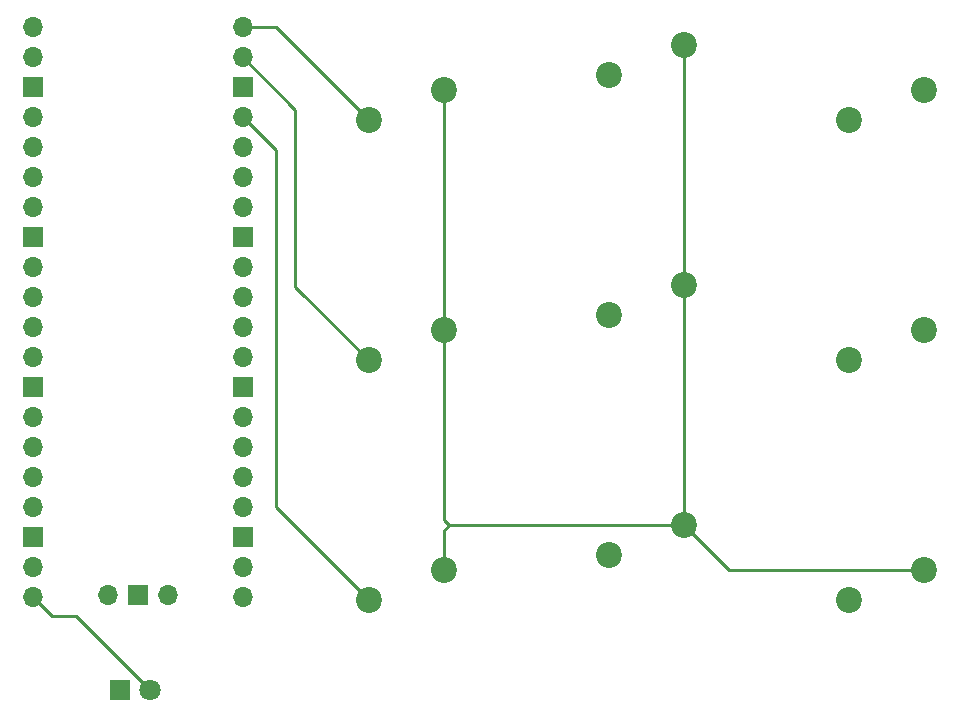
<source format=gbr>
%TF.GenerationSoftware,KiCad,Pcbnew,(5.1.12)-1*%
%TF.CreationDate,2021-12-08T14:13:04+05:30*%
%TF.ProjectId,macropad,6d616372-6f70-4616-942e-6b696361645f,rev?*%
%TF.SameCoordinates,Original*%
%TF.FileFunction,Copper,L1,Top*%
%TF.FilePolarity,Positive*%
%FSLAX46Y46*%
G04 Gerber Fmt 4.6, Leading zero omitted, Abs format (unit mm)*
G04 Created by KiCad (PCBNEW (5.1.12)-1) date 2021-12-08 14:13:04*
%MOMM*%
%LPD*%
G01*
G04 APERTURE LIST*
%TA.AperFunction,ComponentPad*%
%ADD10R,1.800000X1.800000*%
%TD*%
%TA.AperFunction,ComponentPad*%
%ADD11C,1.800000*%
%TD*%
%TA.AperFunction,ComponentPad*%
%ADD12C,2.200000*%
%TD*%
%TA.AperFunction,ComponentPad*%
%ADD13O,1.700000X1.700000*%
%TD*%
%TA.AperFunction,ComponentPad*%
%ADD14R,1.700000X1.700000*%
%TD*%
%TA.AperFunction,Conductor*%
%ADD15C,0.250000*%
%TD*%
G04 APERTURE END LIST*
D10*
%TO.P,D1,1*%
%TO.N,Net-(D1-Pad1)*%
X81788000Y-111760000D03*
D11*
%TO.P,D1,2*%
%TO.N,Net-(D1-Pad2)*%
X84328000Y-111760000D03*
%TD*%
D12*
%TO.P,SW1,1*%
%TO.N,Net-(SW1-Pad1)*%
X109220000Y-60960000D03*
%TO.P,SW1,2*%
%TO.N,Net-(SW1-Pad2)*%
X102870000Y-63500000D03*
%TD*%
%TO.P,SW2,2*%
%TO.N,Net-(SW2-Pad2)*%
X123190000Y-59690000D03*
%TO.P,SW2,1*%
%TO.N,Net-(SW1-Pad1)*%
X129540000Y-57150000D03*
%TD*%
%TO.P,SW3,1*%
%TO.N,Net-(SW1-Pad1)*%
X149860000Y-60960000D03*
%TO.P,SW3,2*%
%TO.N,Net-(SW3-Pad2)*%
X143510000Y-63500000D03*
%TD*%
%TO.P,SW4,2*%
%TO.N,Net-(SW4-Pad2)*%
X102870000Y-83820000D03*
%TO.P,SW4,1*%
%TO.N,Net-(SW1-Pad1)*%
X109220000Y-81280000D03*
%TD*%
%TO.P,SW5,1*%
%TO.N,Net-(SW1-Pad1)*%
X129540000Y-77470000D03*
%TO.P,SW5,2*%
%TO.N,Net-(SW5-Pad2)*%
X123190000Y-80010000D03*
%TD*%
%TO.P,SW6,2*%
%TO.N,Net-(SW6-Pad2)*%
X143510000Y-83820000D03*
%TO.P,SW6,1*%
%TO.N,Net-(SW1-Pad1)*%
X149860000Y-81280000D03*
%TD*%
%TO.P,SW7,1*%
%TO.N,Net-(SW1-Pad1)*%
X109220000Y-101600000D03*
%TO.P,SW7,2*%
%TO.N,Net-(SW7-Pad2)*%
X102870000Y-104140000D03*
%TD*%
%TO.P,SW8,2*%
%TO.N,Net-(SW8-Pad2)*%
X123190000Y-100330000D03*
%TO.P,SW8,1*%
%TO.N,Net-(SW1-Pad1)*%
X129540000Y-97790000D03*
%TD*%
%TO.P,SW9,1*%
%TO.N,Net-(SW1-Pad1)*%
X149860000Y-101600000D03*
%TO.P,SW9,2*%
%TO.N,Net-(SW9-Pad2)*%
X143510000Y-104140000D03*
%TD*%
D13*
%TO.P,U1,1*%
%TO.N,Net-(SW1-Pad2)*%
X92202000Y-55626000D03*
%TO.P,U1,2*%
%TO.N,Net-(SW4-Pad2)*%
X92202000Y-58166000D03*
D14*
%TO.P,U1,3*%
%TO.N,Net-(U1-Pad3)*%
X92202000Y-60706000D03*
D13*
%TO.P,U1,4*%
%TO.N,Net-(SW7-Pad2)*%
X92202000Y-63246000D03*
%TO.P,U1,5*%
%TO.N,Net-(SW2-Pad2)*%
X92202000Y-65786000D03*
%TO.P,U1,6*%
%TO.N,Net-(SW5-Pad2)*%
X92202000Y-68326000D03*
%TO.P,U1,7*%
%TO.N,Net-(SW8-Pad2)*%
X92202000Y-70866000D03*
D14*
%TO.P,U1,8*%
%TO.N,Net-(U1-Pad8)*%
X92202000Y-73406000D03*
D13*
%TO.P,U1,9*%
%TO.N,Net-(SW3-Pad2)*%
X92202000Y-75946000D03*
%TO.P,U1,10*%
%TO.N,Net-(SW6-Pad2)*%
X92202000Y-78486000D03*
%TO.P,U1,11*%
%TO.N,Net-(SW9-Pad2)*%
X92202000Y-81026000D03*
%TO.P,U1,12*%
%TO.N,Net-(U1-Pad12)*%
X92202000Y-83566000D03*
D14*
%TO.P,U1,13*%
%TO.N,Net-(U1-Pad13)*%
X92202000Y-86106000D03*
D13*
%TO.P,U1,14*%
%TO.N,Net-(U1-Pad14)*%
X92202000Y-88646000D03*
%TO.P,U1,15*%
%TO.N,Net-(U1-Pad15)*%
X92202000Y-91186000D03*
%TO.P,U1,16*%
%TO.N,Net-(U1-Pad16)*%
X92202000Y-93726000D03*
%TO.P,U1,17*%
%TO.N,Net-(U1-Pad17)*%
X92202000Y-96266000D03*
D14*
%TO.P,U1,18*%
%TO.N,Net-(U1-Pad18)*%
X92202000Y-98806000D03*
D13*
%TO.P,U1,19*%
%TO.N,Net-(U1-Pad19)*%
X92202000Y-101346000D03*
%TO.P,U1,20*%
%TO.N,Net-(U1-Pad20)*%
X92202000Y-103886000D03*
%TO.P,U1,21*%
%TO.N,Net-(D1-Pad2)*%
X74422000Y-103886000D03*
%TO.P,U1,22*%
%TO.N,Net-(U1-Pad22)*%
X74422000Y-101346000D03*
D14*
%TO.P,U1,23*%
%TO.N,Net-(D1-Pad1)*%
X74422000Y-98806000D03*
D13*
%TO.P,U1,24*%
%TO.N,Net-(U1-Pad24)*%
X74422000Y-96266000D03*
%TO.P,U1,25*%
%TO.N,Net-(U1-Pad25)*%
X74422000Y-93726000D03*
%TO.P,U1,26*%
%TO.N,Net-(U1-Pad26)*%
X74422000Y-91186000D03*
%TO.P,U1,27*%
%TO.N,Net-(U1-Pad27)*%
X74422000Y-88646000D03*
D14*
%TO.P,U1,28*%
%TO.N,Net-(U1-Pad28)*%
X74422000Y-86106000D03*
D13*
%TO.P,U1,29*%
%TO.N,Net-(U1-Pad29)*%
X74422000Y-83566000D03*
%TO.P,U1,30*%
%TO.N,Net-(U1-Pad30)*%
X74422000Y-81026000D03*
%TO.P,U1,31*%
%TO.N,Net-(U1-Pad31)*%
X74422000Y-78486000D03*
%TO.P,U1,32*%
%TO.N,Net-(U1-Pad32)*%
X74422000Y-75946000D03*
D14*
%TO.P,U1,33*%
%TO.N,Net-(U1-Pad33)*%
X74422000Y-73406000D03*
D13*
%TO.P,U1,34*%
%TO.N,Net-(U1-Pad34)*%
X74422000Y-70866000D03*
%TO.P,U1,35*%
%TO.N,Net-(U1-Pad35)*%
X74422000Y-68326000D03*
%TO.P,U1,36*%
%TO.N,Net-(SW1-Pad1)*%
X74422000Y-65786000D03*
%TO.P,U1,37*%
%TO.N,Net-(U1-Pad37)*%
X74422000Y-63246000D03*
D14*
%TO.P,U1,38*%
%TO.N,Net-(U1-Pad38)*%
X74422000Y-60706000D03*
D13*
%TO.P,U1,39*%
%TO.N,Net-(U1-Pad39)*%
X74422000Y-58166000D03*
%TO.P,U1,40*%
%TO.N,Net-(U1-Pad40)*%
X74422000Y-55626000D03*
%TO.P,U1,41*%
%TO.N,Net-(U1-Pad41)*%
X85852000Y-103656000D03*
D14*
%TO.P,U1,42*%
%TO.N,Net-(U1-Pad42)*%
X83312000Y-103656000D03*
D13*
%TO.P,U1,43*%
%TO.N,Net-(U1-Pad43)*%
X80772000Y-103656000D03*
%TD*%
D15*
%TO.N,Net-(D1-Pad2)*%
X74422000Y-103886000D02*
X76047200Y-105511200D01*
X76047200Y-105511200D02*
X78079200Y-105511200D01*
X78079200Y-105511200D02*
X84328000Y-111760000D01*
%TO.N,Net-(SW1-Pad1)*%
X129540000Y-97790000D02*
X133350000Y-101600000D01*
X133350000Y-101600000D02*
X149860000Y-101600000D01*
X129540000Y-97790000D02*
X109670100Y-97790000D01*
X129540000Y-77470000D02*
X129540000Y-97790000D01*
X129540000Y-77470000D02*
X129540000Y-57150000D01*
X109220000Y-60960000D02*
X109220000Y-81280000D01*
X109220000Y-81280000D02*
X109220000Y-97339900D01*
X109220000Y-97339900D02*
X109670100Y-97790000D01*
X109670100Y-97790000D02*
X109220000Y-98240100D01*
X109220000Y-98240100D02*
X109220000Y-101600000D01*
%TO.N,Net-(SW1-Pad2)*%
X92202000Y-55626000D02*
X94996000Y-55626000D01*
X94996000Y-55626000D02*
X102870000Y-63500000D01*
%TO.N,Net-(SW4-Pad2)*%
X92202000Y-58166000D02*
X96634300Y-62598300D01*
X96634300Y-62598300D02*
X96634300Y-77584300D01*
X96634300Y-77584300D02*
X102870000Y-83820000D01*
%TO.N,Net-(SW7-Pad2)*%
X92202000Y-63246000D02*
X94969700Y-66013700D01*
X94969700Y-66013700D02*
X94969700Y-96239700D01*
X94969700Y-96239700D02*
X102870000Y-104140000D01*
%TD*%
M02*

</source>
